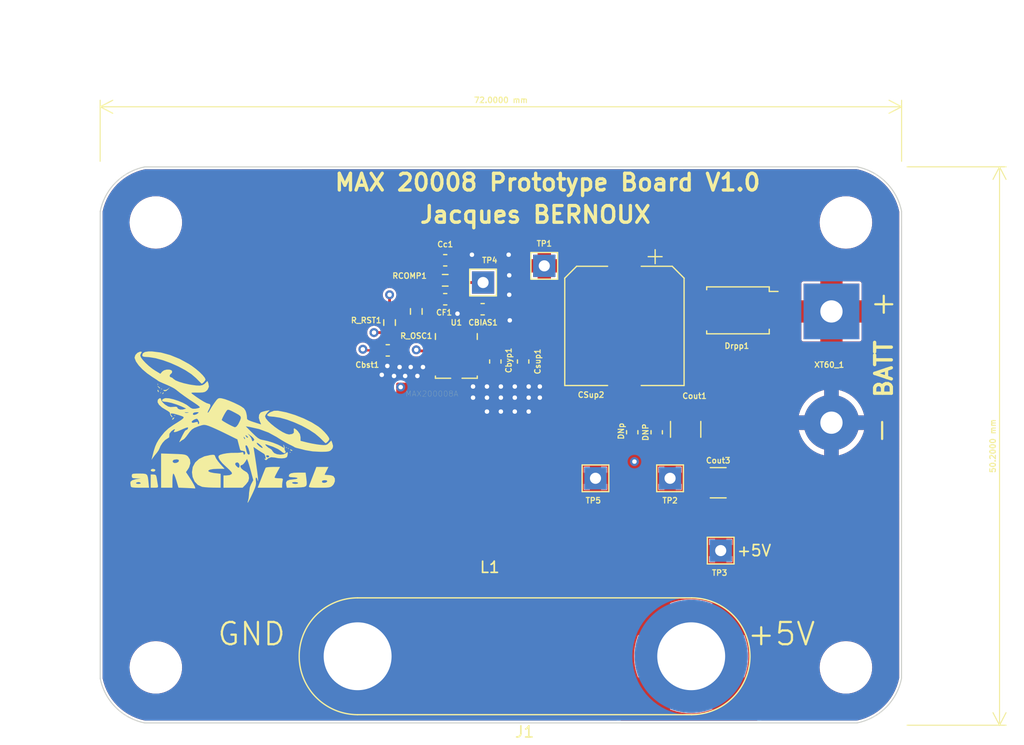
<source format=kicad_pcb>
(kicad_pcb (version 20211014) (generator pcbnew)
  (layers (0 "F.Cu" power) (1 "In1.Cu" mixed) (2 "In2.Cu" mixed) (31 "B.Cu" power) (34 "B.Paste" user) (35 "F.Paste" user) (36 "B.SilkS" user "B.Silkscreen") (37 "F.SilkS" user "F.Silkscreen") (38 "B.Mask" user) (39 "F.Mask" user) (44 "Edge.Cuts" user))
  (net 0 "")
  (net 1 "/power supply/BIAS")
  (net 2 "-BATT")
  (net 3 "/power supply/LX")
  (net 4 "/power supply/BST")
  (net 5 "+BATT")
  (net 6 "Net-(Cc1-Pad1)")
  (net 7 "/power supply/COMP")
  (net 8 "+5V")
  (net 9 "/power supply/FOSC")
  (net 10 "/power supply/RESET")
  (net 11 "Net-(L1-Pad2)")
  (net 12 "Net-(Drpp1-Pad2)")
  (footprint "LOGO" (layer "F.Cu") (at 111.333978 91.24076)
    (fp_text reference "G***" hide)
    (fp_text value "LOGO" hide)
  )
  (footprint "Capacitor_SMD:C_0603_1608Metric_Pad1.08x0.95mm_HandSolder" (layer "F.Cu") (at 135.5 85.5 -90)
    (fp_text reference "Cbyp1" (at -0.1 -1.2 90) (layer "F.SilkS") (effects (font (size 0.5 0.5) (thickness 0.1))))
    (fp_text value "100nF")
    (pad "1" smd roundrect (at -0.8625 0 270) (size 1.075 0.95) (layers "F.Cu" "F.Paste" "F.Mask") (net 5 "+BATT"))
    (pad "2" smd roundrect (at 0.8625 0 270) (size 1.075 0.95) (layers "F.Cu" "F.Paste" "F.Mask") (net 2 "-BATT"))
  )
  (footprint "TestPoint:TestPoint_THTPad_2.0x2.0mm_Drill1.0mm" (layer "F.Cu") (at 134.4 78.4)
    (fp_text reference "TP4" (at 0.6 -1.998) (layer "F.SilkS") (effects (font (size 0.5 0.5) (thickness 0.1))))
    (fp_text value "TestPoint")
    (pad "1" thru_hole rect (at 0 0) (size 2 2) (drill 1) (layers *.Cu *.Mask) (net 7 "/power supply/COMP"))
  )
  (footprint "Capacitor_SMD:C_0603_1608Metric_Pad1.08x0.95mm_HandSolder" (layer "F.Cu") (at 147.8 91.8625 90)
    (fp_text reference "DNp" (at 0.1 -1 90) (layer "F.SilkS") (effects (font (size 0.5 0.5) (thickness 0.1))))
    (fp_text value "C_0603_1608Metric_Pad1.08x0.95mm_HandSolder")
    (pad "1" smd roundrect (at -0.8625 0 90) (size 1.075 0.95) (layers "F.Cu" "F.Paste" "F.Mask") (net 8 "+5V"))
    (pad "2" smd roundrect (at 0.8625 0 90) (size 1.075 0.95) (layers "F.Cu" "F.Paste" "F.Mask") (net 2 "-BATT"))
  )
  (footprint "MountingHole:MountingHole_4.3mm_M4" (layer "F.Cu") (at 105 73)
    (fp_text reference "H2" (at 0 0.1) (layer "F.SilkS"))
    (fp_text value "MountingHole")
    (pad "" np_thru_hole circle (at 0 0) (size 4.3 4.3) (drill 4.3) (layers *.Cu *.Mask))
  )
  (footprint "footprints:MAX20008AFOB&slash_VY&plus_" (layer "F.Cu") (at 132 85)
    (fp_text reference "U1" (at 0 -3) (layer "F.SilkS") (effects (font (size 0.5 0.5) (thickness 0.1))))
    (fp_text value "MAX200008A" (at -2.2 3.4) (layer "F.SilkS") (effects (font (size 0.5 0.5) (thickness 0.01))))
    (pad "1" smd rect (at -1.641399 -0.950004) (size 0.9144 0.3048) (layers "F.Cu" "F.Paste" "F.Mask") (net 8 "+5V"))
    (pad "2" smd rect (at -1.641399 -0.450003) (size 0.9144 0.3048) (layers "F.Cu" "F.Paste" "F.Mask") (net 10 "/power supply/RESET"))
    (pad "3" smd rect (at -1.3493 0.05) (size 1.4986 0.254) (layers "F.Cu" "F.Paste" "F.Mask") (net 4 "/power supply/BST"))
    (pad "4" smd rect (at -1.3493 0.699999) (size 1.4986 0.254) (layers "F.Cu" "F.Paste" "F.Mask") (net 2 "-BATT"))
    (pad "5" smd rect (at -1.3493 1.350001) (size 1.4986 0.254) (layers "F.Cu" "F.Paste" "F.Mask") (net 2 "-BATT"))
    (pad "6" smd rect (at 0 1.225005) (size 0.3556 1.999996) (layers "F.Cu" "F.Paste" "F.Mask") (net 3 "/power supply/LX"))
    (pad "7" smd rect (at 1.3493 1.350013) (size 1.4986 0.254) (layers "F.Cu" "F.Paste" "F.Mask") (net 2 "-BATT"))
    (pad "8" smd rect (at 1.3493 0.699999) (size 1.4986 0.254) (layers "F.Cu" "F.Paste" "F.Mask") (net 2 "-BATT"))
    (pad "9" smd rect (at 1.3493 0.050013) (size 1.4986 0.254) (layers "F.Cu" "F.Paste" "F.Mask") (net 5 "+BATT"))
    (pad "10" smd rect (at 1.641399 -0.450003) (size 0.9144 0.3048) (layers "F.Cu" "F.Paste" "F.Mask") (net 5 "+BATT"))
    (pad "11" smd rect (at 1.641399 -0.950004) (size 0.9144 0.3048) (layers "F.Cu" "F.Paste" "F.Mask") (net 5 "+BATT"))
    (pad "12" smd rect (at 1.25 -1.7064 90) (size 0.8128 0.3048) (layers "F.Cu" "F.Paste" "F.Mask") (net 2 "-BATT"))
    (pad "13" smd rect (at 0.750001 -1.7064 90) (size 0.8128 0.3048) (layers "F.Cu" "F.Paste" "F.Mask") (net 1 "/power supply/BIAS"))
    (pad "14" smd rect (at 0.25 -1.7064 90) (size 0.8128 0.3048) (layers "F.Cu" "F.Paste" "F.Mask") (net 2 "-BATT"))
    (pad "15" smd rect (at -0.25 -1.7064 90) (size 0.8128 0.3048) (layers "F.Cu" "F.Paste" "F.Mask") (net 7 "/power supply/COMP"))
    (pad "16" smd rect (at -0.750001 -1.7064 90) (size 0.8128 0.3048) (layers "F.Cu" "F.Paste" "F.Mask") (net 1 "/power supply/BIAS"))
    (pad "17" smd rect (at -1.25 -1.7064 90) (size 0.8128 0.3048) (layers "F.Cu" "F.Paste" "F.Mask") (net 9 "/power supply/FOSC"))
  )
  (footprint "Capacitor_SMD:C_0603_1608Metric_Pad1.08x0.95mm_HandSolder" (layer "F.Cu") (at 131 76.4)
    (fp_text reference "Cc1" (at 0 -1.43) (layer "F.SilkS") (effects (font (size 0.5 0.5) (thickness 0.1))))
    (fp_text value "DNp")
    (pad "1" smd roundrect (at -0.8625 0) (size 1.075 0.95) (layers "F.Cu" "F.Paste" "F.Mask") (net 6 "Net-(Cc1-Pad1)"))
    (pad "2" smd roundrect (at 0.8625 0) (size 1.075 0.95) (layers "F.Cu" "F.Paste" "F.Mask") (net 2 "-BATT"))
  )
  (footprint "Capacitor_SMD:C_1210_3225Metric" (layer "F.Cu") (at 155.525 96.4)
    (fp_text reference "Cout3" (at 0 -2) (layer "F.SilkS") (effects (font (size 0.5 0.5) (thickness 0.1))))
    (fp_text value "DNP")
    (pad "1" smd roundrect (at -1.475 0) (size 1.15 2.7) (layers "F.Cu" "F.Paste" "F.Mask") (roundrect_rratio 0.2173913043) (net 8 "+5V"))
    (pad "2" smd roundrect (at 1.475 0) (size 1.15 2.7) (layers "F.Cu" "F.Paste" "F.Mask") (roundrect_rratio 0.2173913043) (net 2 "-BATT"))
  )
  (footprint "MountingHole:MountingHole_4.3mm_M4" (layer "F.Cu") (at 167 113)
    (fp_text reference "H1" (at -0.2 0.1) (layer "F.SilkS"))
    (fp_text value "MountingHole")
    (pad "" np_thru_hole circle (at 0 0) (size 4.3 4.3) (drill 4.3) (layers *.Cu *.Mask))
  )
  (footprint "footprints:SRP1265C" (layer "F.Cu") (at 135 96)
    (fp_text reference "L1" (at 0 8 unlocked) (layer "F.SilkS"))
    (fp_text value "10µH")
    (pad "1" smd roundrect (at -5.65 0) (size 3.25 5) (layers "F.Cu" "F.Paste" "F.Mask") (net 3 "/power supply/LX"))
    (pad "2" smd roundrect (at 5.65 0) (size 3.25 5) (layers "F.Cu" "F.Paste" "F.Mask") (net 11 "Net-(L1-Pad2)"))
  )
  (footprint "TestPoint:TestPoint_THTPad_2.0x2.0mm_Drill1.0mm" (layer "F.Cu") (at 139.9 76.9)
    (fp_text reference "TP1" (at 0 -1.998) (layer "F.SilkS") (effects (font (size 0.5 0.5) (thickness 0.1))))
    (fp_text value "TestPoint")
    (pad "1" thru_hole rect (at 0 0) (size 2 2) (drill 1) (layers *.Cu *.Mask) (net 5 "+BATT"))
  )
  (footprint "MountingHole:MountingHole_4.3mm_M4" (layer "F.Cu") (at 167 73)
    (fp_text reference "H3" (at -0.2 -0.3) (layer "F.SilkS"))
    (fp_text value "MountingHole")
    (pad "" np_thru_hole circle (at 0 0) (size 4.3 4.3) (drill 4.3) (layers *.Cu *.Mask))
  )
  (footprint "Capacitor_SMD:C_0603_1608Metric_Pad1.08x0.95mm_HandSolder" (layer "F.Cu") (at 131 79.9 180)
    (fp_text reference "CF1" (at 0.1 -1.2) (layer "F.SilkS") (effects (font (size 0.5 0.5) (thickness 0.1))))
    (fp_text value "DNP")
    (pad "1" smd roundrect (at -0.8625 0 180) (size 1.075 0.95) (layers "F.Cu" "F.Paste" "F.Mask") (net 7 "/power supply/COMP"))
    (pad "2" smd roundrect (at 0.8625 0 180) (size 1.075 0.95) (layers "F.Cu" "F.Paste" "F.Mask") (net 2 "-BATT"))
  )
  (footprint "Resistor_SMD:R_0603_1608Metric_Pad0.98x0.95mm_HandSolder" (layer "F.Cu") (at 131 78.2 180)
    (fp_text reference "RCOMP1" (at 3.2 0.4) (layer "F.SilkS") (effects (font (size 0.5 0.5) (thickness 0.1))))
    (fp_text value "DNP")
    (pad "1" smd roundrect (at -0.9125 0 180) (size 0.975 0.95) (layers "F.Cu" "F.Paste" "F.Mask") (net 7 "/power supply/COMP"))
    (pad "2" smd roundrect (at 0.9125 0 180) (size 0.975 0.95) (layers "F.Cu" "F.Paste" "F.Mask") (net 6 "Net-(Cc1-Pad1)"))
  )
  (footprint "TestPoint:TestPoint_THTPad_2.0x2.0mm_Drill1.0mm" (layer "F.Cu") (at 144.5 96)
    (fp_text reference "TP5" (at -0.2 2) (layer "F.SilkS") (effects (font (size 0.5 0.5) (thickness 0.1))))
    (fp_text value "TestPoint")
    (pad "1" thru_hole rect (at 0 0) (size 2 2) (drill 1) (layers *.Cu *.Mask) (net 11 "Net-(L1-Pad2)"))
  )
  (footprint "TestPoint:TestPoint_THTPad_2.0x2.0mm_Drill1.0mm" (layer "F.Cu") (at 155.75 102.5)
    (fp_text reference "TP3" (at -0.1 2) (layer "F.SilkS") (effects (font (size 0.5 0.5) (thickness 0.1))))
    (fp_text value "TestPoint")
    (pad "1" thru_hole rect (at 0 0) (size 2 2) (drill 1) (layers *.Cu *.Mask) (net 8 "+5V"))
  )
  (footprint "Capacitor_SMD:CP_Elec_10x10.5" (layer "F.Cu") (at 147.1 82.3 -90)
    (fp_text reference "CSup2" (at 6.2 3) (layer "F.SilkS") (effects (font (size 0.5 0.5) (thickness 0.1))))
    (fp_text value "47µF")
    (pad "1" smd roundrect (at -4.2 0 270) (size 4.4 2.5) (layers "F.Cu" "F.Paste" "F.Mask") (roundrect_rratio 0.1) (net 5 "+BATT"))
    (pad "2" smd roundrect (at 4.2 0 270) (size 4.4 2.5) (layers "F.Cu" "F.Paste" "F.Mask") (roundrect_rratio 0.1) (net 2 "-BATT"))
  )
  (footprint "Capacitor_SMD:C_0603_1608Metric_Pad1.08x0.95mm_HandSolder" (layer "F.Cu") (at 134.3625 80.8)
    (fp_text reference "CBIAS1" (at 0.0375 1.2) (layer "F.SilkS") (effects (font (size 0.5 0.5) (thickness 0.1))))
    (fp_text value "2.2µF")
    (pad "1" smd roundrect (at -0.8625 0) (size 1.075 0.95) (layers "F.Cu" "F.Paste" "F.Mask") (net 1 "/power supply/BIAS"))
    (pad "2" smd roundrect (at 0.8625 0) (size 1.075 0.95) (layers "F.Cu" "F.Paste" "F.Mask") (net 2 "-BATT"))
  )
  (footprint "footprints:TO_277B" (layer "F.Cu") (at 157.3 80.9 -90)
    (fp_text reference "Drpp1" (at 3.2 0.1 180) (layer "F.SilkS") (effects (font (size 0.5 0.5) (thickness 0.1))))
    (fp_text value "SB1060L")
    (pad "1" smd rect (at 0 1.2 270) (size 3.2 4.9) (layers "F.Cu" "F.Mask") (net 5 "+BATT"))
    (pad "2" smd rect (at -0.97 -3.15 270) (size 0.95 1) (layers "F.Cu" "F.Paste" "F.Mask") (net 12 "Net-(Drpp1-Pad2)"))
    (pad "2" smd rect (at 0.97 -3.15 270) (size 0.95 1) (layers "F.Cu" "F.Paste" "F.Mask") (net 12 "Net-(Drpp1-Pad2)"))
  )
  (footprint "TestPoint:TestPoint_THTPad_2.0x2.0mm_Drill1.0mm" (layer "F.Cu") (at 151.2 96)
    (fp_text reference "TP2" (at 0 2) (layer "F.SilkS") (effects (font (size 0.5 0.5) (thickness 0.1))))
    (fp_text value "TestPoint")
    (pad "1" thru_hole rect (at 0 0) (size 2 2) (drill 1) (layers *.Cu *.Mask) (net 8 "+5V"))
  )
  (footprint "MountingHole:MountingHole_4.3mm_M4" (layer "F.Cu") (at 105 113)
    (fp_text reference "H4" (at 0.2 0.2) (layer "F.SilkS"))
    (fp_text value "MountingHole")
    (pad "" np_thru_hole circle (at 0 0) (size 4.3 4.3) (drill 4.3) (layers *.Cu *.Mask))
  )
  (footprint "Capacitor_SMD:C_0603_1608Metric_Pad1.08x0.95mm_HandSolder" (layer "F.Cu") (at 125.8375 84.5)
    (fp_text reference "Cbst1" (at -1.8375 1.3) (layer "F.SilkS") (effects (font (size 0.5 0.5) (thickness 0.1))))
    (fp_text value "100nF")
    (pad "1" smd roundrect (at -0.8625 0) (size 1.075 0.95) (layers "F.Cu" "F.Paste" "F.Mask") (net 3 "/power supply/LX"))
    (pad "2" smd roundrect (at 0.8625 0) (size 1.075 0.95) (layers "F.Cu" "F.Paste" "F.Mask") (net 4 "/power supply/BST"))
  )
  (footprint "Resistor_SMD:R_0603_1608Metric_Pad0.98x0.95mm_HandSolder" (layer "F.Cu") (at 126 82 -90)
    (fp_text reference "R_RST1" (at -0.2 2.1 180) (layer "F.SilkS") (effects (font (size 0.5 0.5) (thickness 0.1))))
    (fp_text value "20k")
    (pad "1" smd roundrect (at -0.9125 0 270) (size 0.975 0.95) (layers "F.Cu" "F.Paste" "F.Mask") (net 8 "+5V"))
    (pad "2" smd roundrect (at 0.9125 0 270) (size 0.975 0.95) (layers "F.Cu" "F.Paste" "F.Mask") (net 10 "/power supply/RESET"))
  )
  (footprint "footprints:XT60 conn" (layer "F.Cu") (at 165.7 86 -90)
    (fp_text reference "XT60_1" (at -0.2 0.2 unlocked) (layer "F.SilkS") (effects (font (size 0.5 0.5) (thickness 0.1))))
    (fp_text value "J1")
    (pad "1" thru_hole rect (at -5 0 270) (size 5 5) (drill 2) (layers *.Cu *.Mask) (net 12 "Net-(Drpp1-Pad2)"))
    (pad "2" thru_hole oval (at 5 0 270) (size 5 5) (drill 2) (layers *.Cu *.Mask) (net 2 "-BATT"))
  )
  (footprint "Capacitor_SMD:C_0603_1608Metric_Pad1.08x0.95mm_HandSolder" (layer "F.Cu") (at 150 91.8625 90)
    (fp_text reference "DNP" (at 0 -1 90) (layer "F.SilkS") (effects (font (size 0.5 0.5) (thickness 0.1))))
    (fp_text value "C_0603_1608Metric_Pad1.08x0.95mm_HandSolder")
    (pad "1" smd roundrect (at -0.8625 0 90) (size 1.075 0.95) (layers "F.Cu" "F.Paste" "F.Mask") (net 8 "+5V"))
    (pad "2" smd roundrect (at 0.8625 0 90) (size 1.075 0.95) (layers "F.Cu" "F.Paste" "F.Mask") (net 2 "-BATT"))
  )
  (footprint "Capacitor_SMD:C_0603_1608Metric_Pad1.08x0.95mm_HandSolder" (layer "F.Cu") (at 138 85.5 -90)
    (fp_text reference "Csup1" (at 0 -1.3 90) (layer "F.SilkS") (effects (font (size 0.5 0.5) (thickness 0.1))))
    (fp_text value "4.7µF")
    (pad "1" smd roundrect (at -0.8625 0 270) (size 1.075 0.95) (layers "F.Cu" "F.Paste" "F.Mask") (net 5 "+BATT"))
    (pad "2" smd roundrect (at 0.8625 0 270) (size 1.075 0.95) (layers "F.Cu" "F.Paste" "F.Mask") (net 2 "-BATT"))
  )
  (footprint "Capacitor_SMD:C_1210_3225Metric" (layer "F.Cu") (at 152.6 91.6 90)
    (fp_text reference "Cout1" (at 3 0.8 180) (layer "F.SilkS") (effects (font (size 0.5 0.5) (thickness 0.1))))
    (fp_text value "100µF")
    (pad "1" smd roundrect (at -1.475 0 90) (size 1.15 2.7) (layers "F.Cu" "F.Paste" "F.Mask") (roundrect_rratio 0.2173913043) (net 8 "+5V"))
    (pad "2" smd roundrect (at 1.475 0 90) (size 1.15 2.7) (layers "F.Cu" "F.Paste" "F.Mask") (roundrect_rratio 0.2173913043) (net 2 "-BATT"))
  )
  (footprint "Resistor_SMD:R_0603_1608Metric_Pad0.98x0.95mm_HandSolder" (layer "F.Cu") (at 128.4 81 90)
    (fp_text reference "R_OSC1" (at -2.2 0 180) (layer "F.SilkS") (effects (font (size 0.5 0.5) (thickness 0.1))))
    (fp_text value "294k")
    (pad "1" smd roundrect (at -0.9125 0 90) (size 0.975 0.95) (layers "F.Cu" "F.Paste" "F.Mask") (net 9 "/power supply/FOSC"))
    (pad "2" smd roundrect (at 0.9125 0 90) (size 0.975 0.95) (layers "F.Cu" "F.Paste" "F.Mask") (net 2 "-BATT"))
  )
  (footprint "Connector:Banana_Jack_2Pin" (layer "F.Cu") (at 123.13 112)
    (fp_text reference "J1" (at 15 6.8) (layer "F.SilkS"))
    (fp_text value "Banana Plug")
    (pad "1" thru_hole circle (at 0 0) (size 10.16 10.16) (drill 6.1) (layers *.Cu *.Mask) (net 2 "-BATT"))
    (pad "2" thru_hole circle (at 29.97 0) (size 10.16 10.16) (drill 6.1) (layers *.Cu *.Mask) (net 8 "+5V"))
  )
  (gr_arc (start 168 68) (mid 170.60555 69.394449) (end 171.999999 72) (layer "Edge.Cuts") (width 0.1))
  (gr_arc (start 100.005551 72.00555) (mid 101.4 69.4) (end 104.005551 68.005551) (layer "Edge.Cuts") (width 0.1))
  (gr_line (start 100.005551 72.00555) (end 100.005551 113.994449) (layer "Edge.Cuts") (width 0.1))
  (gr_line (start 168 68) (end 104.005551 68.005551) (layer "Edge.Cuts") (width 0.1))
  (gr_line (start 171.994449 113.99445) (end 171.999999 72) (layer "Edge.Cuts") (width 0.1))
  (gr_arc (start 104.00555 117.994449) (mid 101.4 116.6) (end 100.005551 113.994449) (layer "Edge.Cuts") (width 0.1))
  (gr_line (start 104.00555 117.994449) (end 167.994449 117.994449) (layer "Edge.Cuts") (width 0.1))
  (gr_arc (start 171.994449 113.99445) (mid 170.6 116.6) (end 167.994449 117.994449) (layer "Edge.Cuts") (width 0.1))
  (gr_text "+" (at 170.4 80.2) (layer "F.SilkS") (effects (font (size 2 2) (thickness 0.2))))
  (gr_text "MAX 20008 Prototype Board V1.0" (at 140.2 69.4) (layer "F.SilkS") (effects (font (size 1.5 1.5) (thickness 0.3))))
  (gr_text "Jacques BERNOUX\n" (at 139.1 72.3) (layer "F.SilkS") (effects (font (size 1.5 1.5) (thickness 0.3))))
  (gr_text "-" (at 170.1 91.7 90) (layer "F.SilkS") (effects (font (size 2 2) (thickness 0.2))))
  (gr_text "GND\n" (at 113.6 110) (layer "F.SilkS") (effects (font (size 2 2) (thickness 0.2))))
  (gr_text "+5V" (at 161.2 110) (layer "F.SilkS") (effects (font (size 2 2) (thickness 0.2))))
  (gr_text "BATT \n" (at 170.4 85.6 90) (layer "F.SilkS") (effects (font (size 1.5 1.5) (thickness 0.3))))
  (gr_text "+5V" (at 158.75 102.5) (layer "F.SilkS") (effects (font (size 1 1))))
  (dimension (type aligned) (layer "F.SilkS") (pts (xy 172 68) (xy 100 68)) (height 5.4) (gr_text "72.0000 mm" (at 136 62) (layer "F.SilkS") (effects (font (size 0.5 0.5) (thickness 0.1)))) (format (units 3) (units_format 1) (precision 4)) (style (thickness 0.1) (arrow_length 1.27) (text_position_mode 0) (extension_height 0.58642) (extension_offset 0.5) keep_text_aligned))
  (dimension (type aligned) (layer "F.SilkS") (pts (xy 172 118.2) (xy 172 68)) (height 8.8) (gr_text "50.2000 mm" (at 180.2 93.1 90) (layer "F.SilkS") (effects (font (size 0.5 0.5) (thickness 0.1)))) (format (units 3) (units_format 1) (precision 4)) (style (thickness 0.1) (arrow_length 1.27) (text_position_mode 0) (extension_height 0.58642) (extension_offset 0.5) keep_text_aligned))
  (segment (start 131.2726 84.025) (end 132.5476 84.025) (width 0.25) (layer "F.Cu") (net 1))
  (segment (start 132.750001 81.549999) (end 133.5 80.8) (width 0.25) (layer "F.Cu") (net 1))
  (segment (start 132.750001 83.2936) (end 132.750001 81.549999) (width 0.25) (layer "F.Cu") (net 1))
  (segment (start 131.249999 83.2936) (end 131.249999 84.002399) (width 0.25) (layer "F.Cu") (net 1))
  (segment (start 132.750001 83.822599) (end 132.750001 83.2936) (width 0.25) (layer "F.Cu") (net 1))
  (segment (start 131.249999 84.002399) (end 131.2726 84.025) (width 0.25) (layer "F.Cu") (net 1))
  (segment (start 132.5476 84.025) (end 132.750001 83.822599) (width 0.25) (layer "F.Cu") (net 1))
  (via (at 138.5 90) (size 0.8) (drill 0.4) (layers "F.Cu" "B.Cu") (net 2))
  (via (at 126.4 86.8) (size 0.8) (drill 0.4) (layers "F.Cu" "B.Cu") (net 2))
  (via (at 136.75 79.5) (size 0.8) (drill 0.4) (layers "F.Cu" "B.Cu") (net 2))
  (via (at 138.5 88.75) (size 0.8) (drill 0.4) (layers "F.Cu" "B.Cu") (net 2))
  (via (at 128.5 86.8) (size 0.8) (drill 0.4) (layers "F.Cu" "B.Cu") (net 2))
  (via (at 136.75 77.75) (size 0.8) (drill 0.4) (layers "F.Cu" "B.Cu") (net 2))
  (via (at 134.75 90) (size 0.8) (drill 0.4) (layers "F.Cu" "B.Cu") (net 2))
  (via (at 137.25 88.75) (size 0.8) (drill 0.4) (layers "F.Cu" "B.Cu") (net 2))
  (via (at 134.75 88.75) (size 0.8) (drill 0.4) (layers "F.Cu" "B.Cu") (net 2))
  (via (at 126.9 86) (size 0.8) (drill 0.4) (layers "F.Cu" "B.Cu") (net 2))
  (via (at 133.4 75.9) (size 0.8) (drill 0.4) (layers "F.Cu" "B.Cu") (net 2))
  (via (at 139.5 87.75) (size 0.8) (drill 0.4) (layers "F.Cu" "B.Cu") (net 2))
  (via (at 133.5 88.75) (size 0.8) (drill 0.4) (layers "F.Cu" "B.Cu") (net 2))
  (via (at 136.7 75.9) (size 0.8) (drill 0.4) (layers "F.Cu" "B.Cu") (net 2))
  (via (at 136 88.75) (size 0.8) (drill 0.4) (layers "F.Cu" "B.Cu") (net 2))
  (via (at 139.5 88.75) (size 0.8) (drill 0.4) (layers "F.Cu" "B.Cu") (net 2))
  (via (at 136 90) (size 0.8) (drill 0.4) (layers "F.Cu" "B.Cu") (net 2))
  (via (at 129 86) (size 0.8) (drill 0.4) (layers "F.Cu" "B.Cu") (net 2))
  (via (at 137.25 87.75) (size 0.8) (drill 0.4) (layers "F.Cu" "B.Cu") (net 2))
  (via (at 134.75 87.75) (size 0.8) (drill 0.4) (layers "F.Cu" "B.Cu") (net 2))
  (via (at 133.5 87.75) (size 0.8) (drill 0.4) (layers "F.Cu" "B.Cu") (net 2))
  (via (at 125.8 85.9) (size 0.8) (drill 0.4) (layers "F.Cu" "B.Cu") (net 2))
  (via (at 127.4 86.8) (size 0.8) (drill 0.4) (layers "F.Cu" "B.Cu") (net 2))
  (via (at 125.3 86.7) (size 0.8) (drill 0.4) (layers "F.Cu" "B.Cu") (net 2))
  (via (at 138.5 87.75) (size 0.8) (drill 0.4) (layers "F.Cu" "B.Cu") (net 2))
  (via (at 137.25 90) (size 0.8) (drill 0.4) (layers "F.Cu" "B.Cu") (net 2))
  (via (at 132.1 81.2) (size 0.8) (drill 0.4) (layers "F.Cu" "B.Cu") (net 2))
  (via (at 136 87.75) (size 0.8) (drill 0.4) (layers "F.Cu" "B.Cu") (net 2))
  (via (at 136.8 81.8) (size 0.8) (drill 0.4) (layers "F.Cu" "B.Cu") (net 2))
  (via (at 127.9 86) (size 0.8) (drill 0.4) (layers "F.Cu" "B.Cu") (net 2))
  (segment (start 123.7 84.5) (end 123.6 84.4) (width 0.2) (layer "F.Cu") (net 3))
  (segment (start 124.975 84.5) (end 123.7 84.5) (width 0.2) (layer "F.Cu") (net 3))
  (via (at 127 87.8) (size 0.8) (drill 0.4) (layers "F.Cu" "B.Cu") (net 3))
  (via (at 123.6 84.4) (size 0.8) (drill 0.4) (layers "F.Cu" "B.Cu") (net 3))
  (segment (start 128.85 85.05) (end 128.750083 85.149917) (width 0.2) (layer "F.Cu") (net 4))
  (segment (start 126.7 84.5) (end 127.354917 85.154917) (width 0.2) (layer "F.Cu") (net 4))
  (segment (start 128.750083 85.149917) (end 127.359917 85.149917) (width 0.2) (layer "F.Cu") (net 4))
  (segment (start 128.85 85.05) (end 130.6507 85.05) (width 0.2) (layer "F.Cu") (net 4))
  (segment (start 127.359917 85.149917) (end 127.354917 85.154917) (width 0.2) (layer "F.Cu") (net 4))
  (segment (start 130.1375 76.4) (end 130.1375 78.15) (width 0.25) (layer "F.Cu") (net 6))
  (segment (start 130.1375 78.15) (end 130.0875 78.2) (width 0.25) (layer "F.Cu") (net 6))
  (segment (start 131.9125 78.2) (end 131.9125 79.95) (width 0.25) (layer "F.Cu") (net 7))
  (segment (start 131.75 83.2936) (end 131.75 82.55) (width 0.25) (layer "F.Cu") (net 7))
  (segment (start 131.275 80.4875) (end 131.8625 79.9) (width 0.25) (layer "F.Cu") (net 7))
  (segment (start 131.275 82.075) (end 131.275 80.4875) (width 0.25) (layer "F.Cu") (net 7))
  (segment (start 132.1125 78.4) (end 131.9125 78.2) (width 0.25) (layer "F.Cu") (net 7))
  (segment (start 131.75 82.55) (end 131.275 82.075) (width 0.25) (layer "F.Cu") (net 7))
  (segment (start 134.4 78.4) (end 132.1125 78.4) (width 0.25) (layer "F.Cu") (net 7))
  (segment (start 128.8436 83.7436) (end 128.342559 83.7436) (width 0.2) (layer "F.Cu") (net 8))
  (segment (start 126 81.401041) (end 126 81.0875) (width 0.2) (layer "F.Cu") (net 8))
  (segment (start 130.358601 84.049996) (end 129.149996 84.049996) (width 0.25) (layer "F.Cu") (net 8))
  (segment (start 128.342559 83.7436) (end 126 81.401041) (width 0.2) (layer "F.Cu") (net 8))
  (segment (start 129.149996 84.049996) (end 128.8436 83.7436) (width 0.25) (layer "F.Cu") (net 8))
  (segment (start 126 79.5) (end 126 81.0875) (width 0.25) (layer "F.Cu") (net 8))
  (via (at 126 79.5) (size 0.8) (drill 0.4) (layers "F.Cu" "B.Cu") (net 8))
  (via (at 148 94.5) (size 0.8) (drill 0.4) (layers "F.Cu" "B.Cu") (net 8))
  (segment (start 128.4936 83.2936) (end 130.75 83.2936) (width 0.25) (layer "F.Cu") (net 9))
  (segment (start 128.4 83.2) (end 128.4936 83.2936) (width 0.25) (layer "F.Cu") (net 9))
  (segment (start 128.4 81.9125) (end 128.4 83.2) (width 0.25) (layer "F.Cu") (net 9))
  (segment (start 125.9875 82.9) (end 126 82.9125) (width 0.25) (layer "F.Cu") (net 10))
  (segment (start 124.6 82.9) (end 125.9875 82.9) (width 0.25) (layer "F.Cu") (net 10))
  (segment (start 130.358601 84.549997) (end 128.449997 84.549997) (width 0.25) (layer "F.Cu") (net 10))
  (segment (start 128.399248 84.499248) (end 128.399248 84.454917) (width 0.25) (layer "F.Cu") (net 10))
  (segment (start 128.449997 84.549997) (end 128.399248 84.499248) (width 0.25) (layer "F.Cu") (net 10))
  (via (at 124.6 82.9) (size 0.8) (drill 0.4) (layers "F.Cu" "B.Cu") (net 10))
  (via (at 128.399248 84.454917) (size 0.8) (drill 0.4) (layers "F.Cu" "B.Cu") (net 10))
  (zone (net 8) (net_name "+5V") (layer "F.Cu") (priority 1) (connect_pads (clearance 0.2)) (min_thickness 0.2) (fill yes (thermal_gap 0.05) (thermal_bridge_width 1))
    (polygon (pts (xy 154.4 93.4) (xy 154.9 94.8) (xy 156.1 98.8) (xy 159.1 98.8) (xy 159.1 117.9) (xy 146.7 117.9) (xy 146.8 91.8) (xy 154.2 91.8) (xy 154.4 91.8)))
  )
  (zone (net 12) (net_name "Net-(Drpp1-Pad2)") (layer "F.Cu") (priority 2) (connect_pads (clearance 0.2)) (min_thickness 0.254) (fill yes (thermal_gap 0.2) (thermal_bridge_width 0.508))
    (polygon (pts (xy 169 84.2) (xy 159.8 84.2) (xy 159.8 77.9) (xy 169 77.9)))
  )
  (zone (net 5) (net_name "+BATT") (layer "F.Cu") (priority 1) (connect_pads (clearance 0.2)) (min_thickness 0.254) (fill yes (thermal_gap 0.508) (thermal_bridge_width 2))
    (polygon (pts (xy 159.1 83.8) (xy 146 83.8) (xy 146 74) (xy 159.1 74)))
  )
  (zone (net 5) (net_name "+BATT") (layer "F.Cu") (priority 1) (connect_pads yes (clearance 0.2)) (min_thickness 0.254) (fill yes (thermal_gap 0.5) (thermal_bridge_width 1.2))
    (polygon (pts (xy 146 85.4) (xy 134.4 85.4) (xy 134.4 83) (xy 137.8 83) (xy 137.8 74) (xy 146 74)))
  )
  (zone (net 5) (net_name "+BATT") (layer "F.Cu") (priority 1) (connect_pads yes (clearance 0.2)) (min_thickness 0.2) (fill yes (thermal_gap 0.05) (thermal_bridge_width 1))
    (polygon (pts (xy 134.4 85.4) (xy 133.2 85.4) (xy 133.2 83.8) (xy 134.4 83.8)))
  )
  (zone (net 3) (net_name "/power supply/LX") (layer "F.Cu") (priority 1) (connect_pads yes (clearance 0.2)) (min_thickness 0.2) (fill yes (thermal_gap 0.508) (thermal_bridge_width 2))
    (polygon (pts (xy 132.4 98.6) (xy 130 98.6) (xy 130 87.6) (xy 130 87.4) (xy 131.6 86.6) (xy 131.6 85) (xy 132.4 85)))
  )
  (zone (net 11) (net_name "Net-(L1-Pad2)") (layer "F.Cu") (priority 1) (connect_pads (clearance 0.2)) (min_thickness 0.2) (fill yes (thermal_gap 0.05) (thermal_bridge_width 1))
    (polygon (pts (xy 145.75 98.75) (xy 138.75 98.75) (xy 138.75 93.25) (xy 145.75 93.25)))
  )
  (zone (net 3) (net_name "/power supply/LX") (layer "F.Cu") (priority 1) (connect_pads yes (clearance 0.2)) (min_thickness 0.254) (fill yes (thermal_gap 0.508) (thermal_bridge_width 2))
    (polygon (pts (xy 130 98.6) (xy 126.6 98.6) (xy 126.6 87.4) (xy 130 87.4)))
  )
  (zone (net 2) (net_name "-BATT") (layers F&B.Cu) (connect_pads yes (clearance 0.21)) (min_thickness 0.21) (fill yes (thermal_gap 0.508) (thermal_bridge_width 2))
    (polygon (pts (xy 183 120) (xy 97 120) (xy 91 53) (xy 183 55)))
  )
)
</source>
